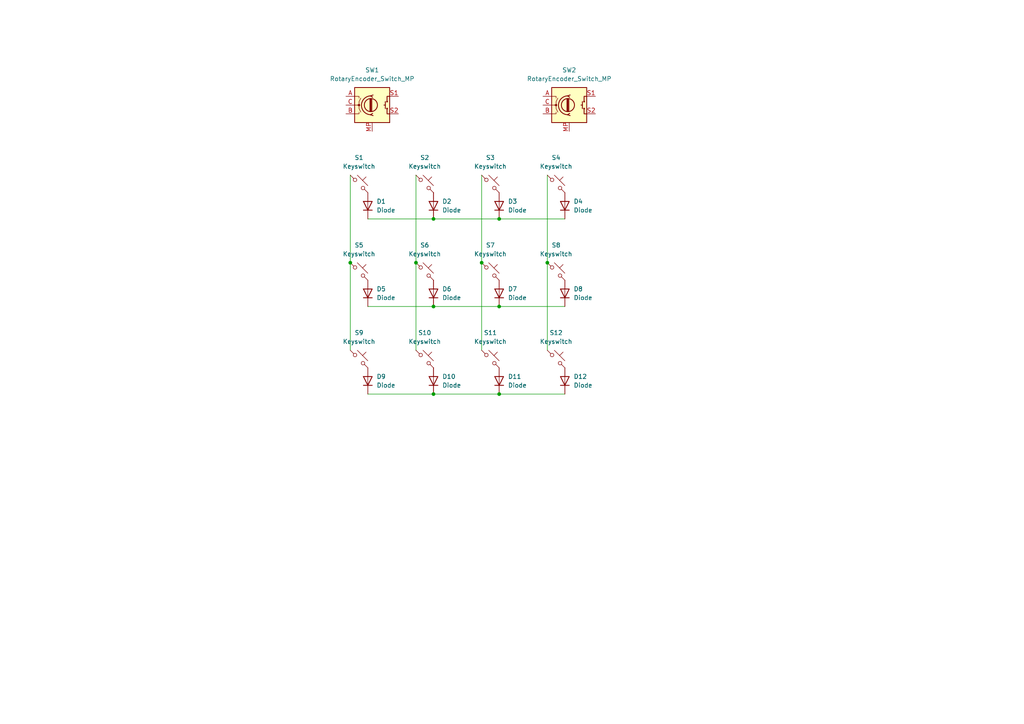
<source format=kicad_sch>
(kicad_sch (version 20250114) (generator "eeschema") (generator_version "9.0")
  (paper "A4")
  (lib_symbols
    (symbol "Device:RotaryEncoder_Switch_MP" (pin_names (offset 0.254) (hide yes))
      (property "Reference" "SW" (at 0 8.89 0))
      (property "Value" "RotaryEncoder_Switch_MP" (at 0 6.35 0))
      (symbol "RotaryEncoder_Switch_MP_0_1"
        (rectangle (start -5.08 5.08) (end 5.08 -5.08) (stroke (width 0.254)) (fill (type background)))
        (polyline (pts (xy -5.08 2.54) (xy -3.81 2.54) (xy -3.81 2.032)))
        (polyline (pts (xy -5.08 0) (xy -3.81 0) (xy -3.81 -1.016) (xy -3.302 -2.032)))
        (polyline (pts (xy -5.08 -2.54) (xy -3.81 -2.54) (xy -3.81 -2.032)))
        (polyline (pts (xy -4.318 0) (xy -3.81 0) (xy -3.81 1.016) (xy -3.302 2.032)))
        (circle (center -3.81 0) (radius 0.254) (fill (type outline)))
        (polyline (pts (xy -0.635 -1.778) (xy -0.635 1.778)) (stroke (width 0.254)))
        (circle (center -0.381 0) (radius 1.905) (stroke (width 0.254)))
        (polyline (pts (xy -0.381 -1.778) (xy -0.381 1.778)) (stroke (width 0.254)))
        (arc (start -0.381 -2.794) (mid -3.0988 -0.0635) (end -0.381 2.667) (stroke (width 0.254)))
        (polyline (pts (xy -0.127 1.778) (xy -0.127 -1.778)) (stroke (width 0.254)))
        (polyline (pts (xy 0.254 2.921) (xy -0.508 2.667) (xy 0.127 2.286)) (stroke (width 0.254)))
        (polyline (pts (xy 0.254 -3.048) (xy -0.508 -2.794) (xy 0.127 -2.413)) (stroke (width 0.254)))
        (polyline (pts (xy 3.81 1.016) (xy 3.81 -1.016)) (stroke (width 0.254)))
        (polyline (pts (xy 3.81 0) (xy 3.429 0)) (stroke (width 0.254)))
        (circle (center 4.318 1.016) (radius 0.127) (stroke (width 0.254)))
        (circle (center 4.318 -1.016) (radius 0.127) (stroke (width 0.254)))
        (polyline (pts (xy 5.08 2.54) (xy 4.318 2.54) (xy 4.318 1.016)) (stroke (width 0.254)))
        (polyline (pts (xy 5.08 -2.54) (xy 4.318 -2.54) (xy 4.318 -1.016)) (stroke (width 0.254)))
      )
      (symbol "RotaryEncoder_Switch_MP_1_1"
        (pin passive line (at -7.62 2.54 0) (length 2.54) (name "A") (number "A"))
        (pin passive line (at -7.62 0 0) (length 2.54) (name "C") (number "C"))
        (pin passive line (at -7.62 -2.54 0) (length 2.54) (name "B") (number "B"))
        (pin passive line (at 0 -7.62 90) (length 2.54) (name "MP") (number "MP"))
        (pin passive line (at 7.62 2.54 180) (length 2.54) (name "S1") (number "S1"))
        (pin passive line (at 7.62 -2.54 180) (length 2.54) (name "S2") (number "S2"))
      )
    )
    (symbol "ScottoKeebs:Placeholder_Diode" (pin_numbers (hide yes)) (pin_names (hide yes))
      (property "Reference" "D" (at 0 2.54 0))
      (property "Value" "Diode" (at 0 -2.54 0))
      (symbol "Placeholder_Diode_0_1"
        (polyline (pts (xy -1.27 1.27) (xy -1.27 -1.27)) (stroke (width 0.254)))
        (polyline (pts (xy 1.27 1.27) (xy 1.27 -1.27) (xy -1.27 0) (xy 1.27 1.27)) (stroke (width 0.254)))
        (polyline (pts (xy 1.27 0) (xy -1.27 0)))
      )
      (symbol "Placeholder_Diode_1_1"
        (pin passive line (at -3.81 0 0) (length 2.54) (name "K") (number "1"))
        (pin passive line (at 3.81 0 180) (length 2.54) (name "A") (number "2"))
      )
    )
    (symbol "ScottoKeebs:Placeholder_Keyswitch" (pin_numbers (hide yes)) (pin_names (offset 1.016) (hide yes))
      (property "Reference" "S" (at 3.048 1.016 0))
      (property "Value" "Keyswitch" (at 0 -3.81 0))
      (symbol "Placeholder_Keyswitch_0_1"
        (polyline (pts (xy -2.54 2.54) (xy -1.524 1.524) (xy -1.524 1.524)))
        (circle (center -1.1684 1.1684) (radius 0.508))
        (polyline (pts (xy -0.508 2.54) (xy 2.54 -0.508)))
        (polyline (pts (xy 1.016 1.016) (xy 2.032 2.032)))
        (circle (center 1.143 -1.1938) (radius 0.508))
        (polyline (pts (xy 1.524 -1.524) (xy 2.54 -2.54) (xy 2.54 -2.54) (xy 2.54 -2.54)))
        (pin passive line (at -2.54 2.54 0) (length 0) (name "1") (number "1"))
        (pin passive line (at 2.54 -2.54 180) (length 0) (name "2") (number "2"))
      )
    )
  )
  (junction (at 125.73 114.3))
  (junction (at 125.73 88.9))
  (junction (at 158.75 76.2))
  (junction (at 120.65 76.2))
  (junction (at 144.78 88.9))
  (junction (at 144.78 63.5))
  (junction (at 139.7 76.2))
  (junction (at 125.73 63.5))
  (junction (at 144.78 114.3))
  (junction (at 101.6 76.2))
  (wire (pts (xy 106.68 88.9) (xy 125.73 88.9)))
  (wire (pts (xy 158.75 50.8) (xy 158.75 76.2)))
  (wire (pts (xy 144.78 88.9) (xy 163.83 88.9)))
  (wire (pts (xy 125.73 63.5) (xy 144.78 63.5)))
  (wire (pts (xy 101.6 76.2) (xy 101.6 101.6)))
  (wire (pts (xy 125.73 114.3) (xy 144.78 114.3)))
  (wire (pts (xy 125.73 88.9) (xy 144.78 88.9)))
  (wire (pts (xy 144.78 63.5) (xy 163.83 63.5)))
  (wire (pts (xy 139.7 76.2) (xy 139.7 101.6)))
  (wire (pts (xy 144.78 114.3) (xy 163.83 114.3)))
  (wire (pts (xy 120.65 50.8) (xy 120.65 76.2)))
  (wire (pts (xy 101.6 50.8) (xy 101.6 76.2)))
  (wire (pts (xy 158.75 76.2) (xy 158.75 101.6)))
  (wire (pts (xy 106.68 114.3) (xy 125.73 114.3)))
  (wire (pts (xy 120.65 76.2) (xy 120.65 101.6)))
  (wire (pts (xy 139.7 50.8) (xy 139.7 76.2)))
  (wire (pts (xy 106.68 63.5) (xy 125.73 63.5)))
  (symbol (lib_id "ScottoKeebs:Placeholder_Diode") (at 163.83 59.69 90) (unit 1)
    (property "Reference" "D4" (at 166.37 58.4199 90) (effects (justify right)))
    (property "Value" "Diode" (at 166.37 60.9599 90) (effects (justify right)))
    (property "Description" "1N4148 (DO-35) or 1N4148W (SOD-123)" (effects (hide yes)))
    (property "Sim.Device" "D" (effects (hide yes)))
    (property "Sim.Pins" "1=K 2=A" (effects (hide yes)))
  )
  (symbol (lib_id "ScottoKeebs:Placeholder_Diode") (at 106.68 85.09 90) (unit 1)
    (property "Reference" "D5" (at 109.22 83.8199 90) (effects (justify right)))
    (property "Value" "Diode" (at 109.22 86.3599 90) (effects (justify right)))
    (property "Description" "1N4148 (DO-35) or 1N4148W (SOD-123)" (effects (hide yes)))
    (property "Sim.Device" "D" (effects (hide yes)))
    (property "Sim.Pins" "1=K 2=A" (effects (hide yes)))
  )
  (symbol (lib_id "Device:RotaryEncoder_Switch_MP") (at 107.95 30.48 0) (unit 1)
    (property "Reference" "SW1" (at 107.95 20.32 0))
    (property "Value" "RotaryEncoder_Switch_MP" (at 107.95 22.86 0))
    (property "Footprint" "Rotary_Encoder:RotaryEncoder_Alps_EC11E-Switch_Vertical_H20mm_MountingHoles" (effects (hide yes)))
    (property "Description" "Rotary encoder, dual channel, incremental quadrate outputs, with switch and MP Pin" (effects (hide yes)))
  )
  (symbol (lib_id "ScottoKeebs:Placeholder_Keyswitch") (at 142.24 78.74 0) (unit 1)
    (property "Reference" "S7" (at 142.24 71.12 0))
    (property "Value" "Keyswitch" (at 142.24 73.66 0))
    (property "Description" "Push button switch, normally open, two pins, 45° tilted" (effects (hide yes)))
  )
  (symbol (lib_id "ScottoKeebs:Placeholder_Diode") (at 163.83 85.09 90) (unit 1)
    (property "Reference" "D8" (at 166.37 83.8199 90) (effects (justify right)))
    (property "Value" "Diode" (at 166.37 86.3599 90) (effects (justify right)))
    (property "Description" "1N4148 (DO-35) or 1N4148W (SOD-123)" (effects (hide yes)))
    (property "Sim.Device" "D" (effects (hide yes)))
    (property "Sim.Pins" "1=K 2=A" (effects (hide yes)))
  )
  (symbol (lib_id "ScottoKeebs:Placeholder_Keyswitch") (at 161.29 78.74 0) (unit 1)
    (property "Reference" "S8" (at 161.29 71.12 0))
    (property "Value" "Keyswitch" (at 161.29 73.66 0))
    (property "Description" "Push button switch, normally open, two pins, 45° tilted" (effects (hide yes)))
  )
  (symbol (lib_id "ScottoKeebs:Placeholder_Keyswitch") (at 123.19 104.14 0) (unit 1)
    (property "Reference" "S10" (at 123.19 96.52 0))
    (property "Value" "Keyswitch" (at 123.19 99.06 0))
    (property "Description" "Push button switch, normally open, two pins, 45° tilted" (effects (hide yes)))
  )
  (symbol (lib_id "ScottoKeebs:Placeholder_Diode") (at 144.78 110.49 90) (unit 1)
    (property "Reference" "D11" (at 147.32 109.2199 90) (effects (justify right)))
    (property "Value" "Diode" (at 147.32 111.7599 90) (effects (justify right)))
    (property "Description" "1N4148 (DO-35) or 1N4148W (SOD-123)" (effects (hide yes)))
    (property "Sim.Device" "D" (effects (hide yes)))
    (property "Sim.Pins" "1=K 2=A" (effects (hide yes)))
  )
  (symbol (lib_id "ScottoKeebs:Placeholder_Diode") (at 125.73 59.69 90) (unit 1)
    (property "Reference" "D2" (at 128.27 58.4199 90) (effects (justify right)))
    (property "Value" "Diode" (at 128.27 60.9599 90) (effects (justify right)))
    (property "Description" "1N4148 (DO-35) or 1N4148W (SOD-123)" (effects (hide yes)))
    (property "Sim.Device" "D" (effects (hide yes)))
    (property "Sim.Pins" "1=K 2=A" (effects (hide yes)))
  )
  (symbol (lib_id "ScottoKeebs:Placeholder_Keyswitch") (at 104.14 104.14 0) (unit 1)
    (property "Reference" "S9" (at 104.14 96.52 0))
    (property "Value" "Keyswitch" (at 104.14 99.06 0))
    (property "Description" "Push button switch, normally open, two pins, 45° tilted" (effects (hide yes)))
  )
  (symbol (lib_id "ScottoKeebs:Placeholder_Diode") (at 144.78 59.69 90) (unit 1)
    (property "Reference" "D3" (at 147.32 58.4199 90) (effects (justify right)))
    (property "Value" "Diode" (at 147.32 60.9599 90) (effects (justify right)))
    (property "Description" "1N4148 (DO-35) or 1N4148W (SOD-123)" (effects (hide yes)))
    (property "Sim.Device" "D" (effects (hide yes)))
    (property "Sim.Pins" "1=K 2=A" (effects (hide yes)))
  )
  (symbol (lib_id "ScottoKeebs:Placeholder_Keyswitch") (at 161.29 104.14 0) (unit 1)
    (property "Reference" "S12" (at 161.29 96.52 0))
    (property "Value" "Keyswitch" (at 161.29 99.06 0))
    (property "Description" "Push button switch, normally open, two pins, 45° tilted" (effects (hide yes)))
  )
  (symbol (lib_id "ScottoKeebs:Placeholder_Keyswitch") (at 104.14 78.74 0) (unit 1)
    (property "Reference" "S5" (at 104.14 71.12 0))
    (property "Value" "Keyswitch" (at 104.14 73.66 0))
    (property "Description" "Push button switch, normally open, two pins, 45° tilted" (effects (hide yes)))
  )
  (symbol (lib_id "ScottoKeebs:Placeholder_Keyswitch") (at 123.19 53.34 0) (unit 1)
    (property "Reference" "S2" (at 123.19 45.72 0))
    (property "Value" "Keyswitch" (at 123.19 48.26 0))
    (property "Description" "Push button switch, normally open, two pins, 45° tilted" (effects (hide yes)))
  )
  (symbol (lib_id "Device:RotaryEncoder_Switch_MP") (at 165.1 30.48 0) (unit 1)
    (property "Reference" "SW2" (at 165.1 20.32 0))
    (property "Value" "RotaryEncoder_Switch_MP" (at 165.1 22.86 0))
    (property "Footprint" "Rotary_Encoder:RotaryEncoder_Alps_EC11E-Switch_Vertical_H20mm_MountingHoles" (effects (hide yes)))
    (property "Description" "Rotary encoder, dual channel, incremental quadrate outputs, with switch and MP Pin" (effects (hide yes)))
  )
  (symbol (lib_id "ScottoKeebs:Placeholder_Diode") (at 125.73 110.49 90) (unit 1)
    (property "Reference" "D10" (at 128.27 109.2199 90) (effects (justify right)))
    (property "Value" "Diode" (at 128.27 111.7599 90) (effects (justify right)))
    (property "Description" "1N4148 (DO-35) or 1N4148W (SOD-123)" (effects (hide yes)))
    (property "Sim.Device" "D" (effects (hide yes)))
    (property "Sim.Pins" "1=K 2=A" (effects (hide yes)))
  )
  (symbol (lib_id "ScottoKeebs:Placeholder_Keyswitch") (at 142.24 53.34 0) (unit 1)
    (property "Reference" "S3" (at 142.24 45.72 0))
    (property "Value" "Keyswitch" (at 142.24 48.26 0))
    (property "Description" "Push button switch, normally open, two pins, 45° tilted" (effects (hide yes)))
  )
  (symbol (lib_id "ScottoKeebs:Placeholder_Diode") (at 106.68 110.49 90) (unit 1)
    (property "Reference" "D9" (at 109.22 109.2199 90) (effects (justify right)))
    (property "Value" "Diode" (at 109.22 111.7599 90) (effects (justify right)))
    (property "Description" "1N4148 (DO-35) or 1N4148W (SOD-123)" (effects (hide yes)))
    (property "Sim.Device" "D" (effects (hide yes)))
    (property "Sim.Pins" "1=K 2=A" (effects (hide yes)))
  )
  (symbol (lib_id "ScottoKeebs:Placeholder_Diode") (at 163.83 110.49 90) (unit 1)
    (property "Reference" "D12" (at 166.37 109.2199 90) (effects (justify right)))
    (property "Value" "Diode" (at 166.37 111.7599 90) (effects (justify right)))
    (property "Description" "1N4148 (DO-35) or 1N4148W (SOD-123)" (effects (hide yes)))
    (property "Sim.Device" "D" (effects (hide yes)))
    (property "Sim.Pins" "1=K 2=A" (effects (hide yes)))
  )
  (symbol (lib_id "ScottoKeebs:Placeholder_Keyswitch") (at 142.24 104.14 0) (unit 1)
    (property "Reference" "S11" (at 142.24 96.52 0))
    (property "Value" "Keyswitch" (at 142.24 99.06 0))
    (property "Description" "Push button switch, normally open, two pins, 45° tilted" (effects (hide yes)))
  )
  (symbol (lib_id "ScottoKeebs:Placeholder_Keyswitch") (at 161.29 53.34 0) (unit 1)
    (property "Reference" "S4" (at 161.29 45.72 0))
    (property "Value" "Keyswitch" (at 161.29 48.26 0))
    (property "Description" "Push button switch, normally open, two pins, 45° tilted" (effects (hide yes)))
  )
  (symbol (lib_id "ScottoKeebs:Placeholder_Keyswitch") (at 123.19 78.74 0) (unit 1)
    (property "Reference" "S6" (at 123.19 71.12 0))
    (property "Value" "Keyswitch" (at 123.19 73.66 0))
    (property "Description" "Push button switch, normally open, two pins, 45° tilted" (effects (hide yes)))
  )
  (symbol (lib_id "ScottoKeebs:Placeholder_Diode") (at 125.73 85.09 90) (unit 1)
    (property "Reference" "D6" (at 128.27 83.8199 90) (effects (justify right)))
    (property "Value" "Diode" (at 128.27 86.3599 90) (effects (justify right)))
    (property "Description" "1N4148 (DO-35) or 1N4148W (SOD-123)" (effects (hide yes)))
    (property "Sim.Device" "D" (effects (hide yes)))
    (property "Sim.Pins" "1=K 2=A" (effects (hide yes)))
  )
  (symbol (lib_id "ScottoKeebs:Placeholder_Keyswitch") (at 104.14 53.34 0) (unit 1)
    (property "Reference" "S1" (at 104.14 45.72 0))
    (property "Value" "Keyswitch" (at 104.14 48.26 0))
    (property "Description" "Push button switch, normally open, two pins, 45° tilted" (effects (hide yes)))
  )
  (symbol (lib_id "ScottoKeebs:Placeholder_Diode") (at 144.78 85.09 90) (unit 1)
    (property "Reference" "D7" (at 147.32 83.8199 90) (effects (justify right)))
    (property "Value" "Diode" (at 147.32 86.3599 90) (effects (justify right)))
    (property "Description" "1N4148 (DO-35) or 1N4148W (SOD-123)" (effects (hide yes)))
    (property "Sim.Device" "D" (effects (hide yes)))
    (property "Sim.Pins" "1=K 2=A" (effects (hide yes)))
  )
  (symbol (lib_id "ScottoKeebs:Placeholder_Diode") (at 106.68 59.69 90) (unit 1)
    (property "Reference" "D1" (at 109.22 58.4199 90) (effects (justify right)))
    (property "Value" "Diode" (at 109.22 60.9599 90) (effects (justify right)))
    (property "Description" "1N4148 (DO-35) or 1N4148W (SOD-123)" (effects (hide yes)))
    (property "Sim.Device" "D" (effects (hide yes)))
    (property "Sim.Pins" "1=K 2=A" (effects (hide yes)))
  )
)
</source>
